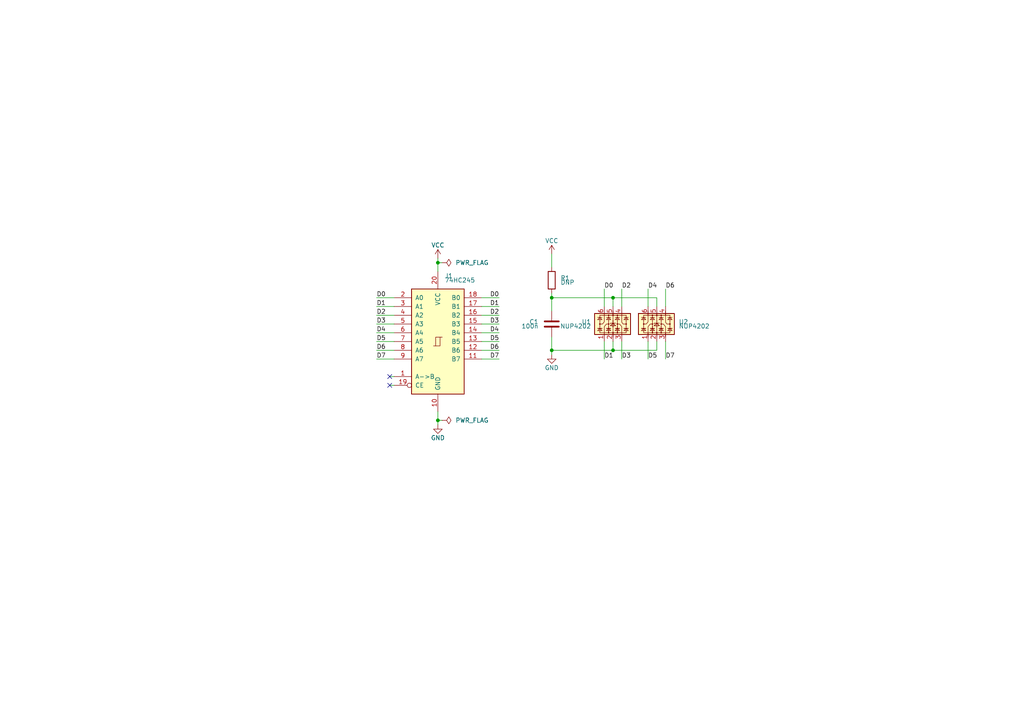
<source format=kicad_sch>
(kicad_sch (version 20220104) (generator eeschema)
  (paper "A4")
  (lib_symbols
    (symbol "74xx:74HC245" (pin_names (offset 1.016))
      (property "Reference" "U" (at -7.62 16.51 0))
      (property "Value" "74HC245" (at -7.62 -16.51 0))
      (symbol "74HC245_1_0"
        (polyline (pts (xy -0.635 -1.27) (xy -0.635 1.27) (xy 0.635 1.27)))
        (polyline (pts (xy -1.27 -1.27) (xy 0.635 -1.27) (xy 0.635 1.27) (xy 1.27 1.27)))
        (pin input line (at -12.7 -10.16 0) (length 5.08) (name "A->B") (number "1"))
        (pin power_in line (at 0 -20.32 90) (length 5.08) (name "GND") (number "10"))
        (pin tri_state line (at 12.7 -5.08 180) (length 5.08) (name "B7") (number "11"))
        (pin tri_state line (at 12.7 -2.54 180) (length 5.08) (name "B6") (number "12"))
        (pin tri_state line (at 12.7 0 180) (length 5.08) (name "B5") (number "13"))
        (pin tri_state line (at 12.7 2.54 180) (length 5.08) (name "B4") (number "14"))
        (pin tri_state line (at 12.7 5.08 180) (length 5.08) (name "B3") (number "15"))
        (pin tri_state line (at 12.7 7.62 180) (length 5.08) (name "B2") (number "16"))
        (pin tri_state line (at 12.7 10.16 180) (length 5.08) (name "B1") (number "17"))
        (pin tri_state line (at 12.7 12.7 180) (length 5.08) (name "B0") (number "18"))
        (pin input inverted (at -12.7 -12.7 0) (length 5.08) (name "CE") (number "19"))
        (pin tri_state line (at -12.7 12.7 0) (length 5.08) (name "A0") (number "2"))
        (pin power_in line (at 0 20.32 270) (length 5.08) (name "VCC") (number "20"))
        (pin tri_state line (at -12.7 10.16 0) (length 5.08) (name "A1") (number "3"))
        (pin tri_state line (at -12.7 7.62 0) (length 5.08) (name "A2") (number "4"))
        (pin tri_state line (at -12.7 5.08 0) (length 5.08) (name "A3") (number "5"))
        (pin tri_state line (at -12.7 2.54 0) (length 5.08) (name "A4") (number "6"))
        (pin tri_state line (at -12.7 0 0) (length 5.08) (name "A5") (number "7"))
        (pin tri_state line (at -12.7 -2.54 0) (length 5.08) (name "A6") (number "8"))
        (pin tri_state line (at -12.7 -5.08 0) (length 5.08) (name "A7") (number "9"))
      )
      (symbol "74HC245_1_1"
        (rectangle (start -7.62 15.24) (end 7.62 -15.24) (stroke (width 0.254)) (fill (type background)))
      )
    )
    (symbol "Device:C" (pin_numbers hide) (pin_names (offset 0.254))
      (property "Reference" "C" (at 0.635 2.54 0))
      (property "Value" "C" (at 0.635 -2.54 0))
      (symbol "C_0_1"
        (polyline (pts (xy -2.032 -0.762) (xy 2.032 -0.762)) (stroke (width 0.508)))
        (polyline (pts (xy -2.032 0.762) (xy 2.032 0.762)) (stroke (width 0.508)))
      )
      (symbol "C_1_1"
        (pin passive line (at 0 3.81 270) (length 2.794) (name "~") (number "1"))
        (pin passive line (at 0 -3.81 90) (length 2.794) (name "~") (number "2"))
      )
    )
    (symbol "Device:R" (pin_numbers hide) (pin_names (offset 0))
      (property "Reference" "R" (at 2.032 0 90))
      (property "Value" "R" (at 0 0 90))
      (symbol "R_0_1"
        (rectangle (start -1.016 -2.54) (end 1.016 2.54) (stroke (width 0.254)))
      )
      (symbol "R_1_1"
        (pin passive line (at 0 3.81 270) (length 1.27) (name "~") (number "1"))
        (pin passive line (at 0 -3.81 90) (length 1.27) (name "~") (number "2"))
      )
    )
    (symbol "Power_Protection:NUP4202"
      (property "Reference" "U" (at -6.985 -2.54 0))
      (property "Value" "NUP4202" (at 6.35 1.27 90))
      (symbol "NUP4202_0_1"
        (rectangle (start -5.334 3.048) (end 5.08 -3.048) (stroke (width 0.254)) (fill (type background)))
        (circle (center -3.81 0) (radius 0.127))
        (circle (center -3.81 0) (radius 0.127))
        (circle (center -1.27 -2.54) (radius 0.127))
        (circle (center -1.27 -2.54) (radius 0.127))
        (circle (center -1.27 0) (radius 0.127))
        (circle (center -1.27 0) (radius 0.127))
        (circle (center -1.27 2.54) (radius 0.127))
        (circle (center -1.27 2.54) (radius 0.127))
        (circle (center 0 -2.54) (radius 0.127))
        (circle (center 0 -2.54) (radius 0.127))
        (polyline (pts (xy -4.445 -1.27) (xy -3.175 -1.27)))
        (polyline (pts (xy -4.445 -1.27) (xy -3.175 -1.27)))
        (polyline (pts (xy -4.445 1.905) (xy -3.175 1.905)))
        (polyline (pts (xy -3.81 -2.54) (xy -3.81 -0.635)))
        (polyline (pts (xy -3.81 -2.54) (xy 3.81 -2.54)))
        (polyline (pts (xy -3.81 -0.635) (xy -3.81 0.635)))
        (polyline (pts (xy -3.81 0.635) (xy -3.81 2.54)))
        (polyline (pts (xy -3.81 2.54) (xy 3.81 2.54)))
        (polyline (pts (xy -3.81 2.54) (xy 3.81 2.54)))
        (polyline (pts (xy -1.905 -1.27) (xy -0.635 -1.27)))
        (polyline (pts (xy -1.905 -1.27) (xy -0.635 -1.27)))
        (polyline (pts (xy -1.905 1.905) (xy -0.635 1.905)))
        (polyline (pts (xy -1.27 -2.54) (xy -1.27 -0.635)))
        (polyline (pts (xy -1.27 -2.54) (xy -1.27 -0.635)))
        (polyline (pts (xy -1.27 0.635) (xy -1.27 -0.635)))
        (polyline (pts (xy -1.27 0.635) (xy -1.27 2.54)))
        (polyline (pts (xy 0 -0.889) (xy 0 -3.81)))
        (polyline (pts (xy 0 -0.889) (xy 0 1.016)))
        (polyline (pts (xy 0 -0.889) (xy 0 1.016)))
        (polyline (pts (xy 0 1.016) (xy 0 3.81)))
        (polyline (pts (xy 0.635 -1.27) (xy 1.905 -1.27)))
        (polyline (pts (xy 0.635 -1.27) (xy 1.905 -1.27)))
        (polyline (pts (xy 0.635 1.905) (xy 1.905 1.905)))
        (polyline (pts (xy 1.27 -2.54) (xy 1.27 -0.635)))
        (polyline (pts (xy 1.27 -2.54) (xy 1.27 -0.635)))
        (polyline (pts (xy 1.27 0.635) (xy 1.27 -0.635)))
        (polyline (pts (xy 1.27 0.635) (xy 1.27 2.54)))
        (polyline (pts (xy 3.175 -1.27) (xy 4.445 -1.27)))
        (polyline (pts (xy 3.175 -1.27) (xy 4.445 -1.27)))
        (polyline (pts (xy 3.175 1.905) (xy 4.445 1.905)))
        (polyline (pts (xy 3.81 -2.54) (xy 3.81 -0.635)))
        (polyline (pts (xy 3.81 0.635) (xy 3.81 -0.635)))
        (polyline (pts (xy 3.81 0.635) (xy 3.81 2.54)))
        (polyline (pts (xy 0.762 0.254) (xy -0.762 0.254) (xy -0.762 0)))
        (polyline (pts (xy -4.445 -1.905) (xy -3.175 -1.905) (xy -3.81 -1.27) (xy -4.445 -1.905)))
        (polyline (pts (xy -4.445 1.27) (xy -3.175 1.27) (xy -3.81 1.905) (xy -4.445 1.27)))
        (polyline (pts (xy -2.54 -3.81) (xy -2.54 -0.762) (xy -1.905 0) (xy -1.27 0)))
        (polyline (pts (xy -2.54 3.81) (xy -2.54 0.635) (xy -3.048 0) (xy -3.937 0)))
        (polyline (pts (xy -1.905 -1.905) (xy -0.635 -1.905) (xy -1.27 -1.27) (xy -1.905 -1.905)))
        (polyline (pts (xy -1.905 1.27) (xy -0.635 1.27) (xy -1.27 1.905) (xy -1.905 1.27)))
        (polyline (pts (xy -0.762 -0.508) (xy 0.762 -0.508) (xy 0 0.254) (xy -0.762 -0.508)))
        (polyline (pts (xy -0.762 -0.508) (xy 0.762 -0.508) (xy 0 0.254) (xy -0.762 -0.508)))
        (polyline (pts (xy 0.635 -1.905) (xy 1.905 -1.905) (xy 1.27 -1.27) (xy 0.635 -1.905)))
        (polyline (pts (xy 0.635 1.27) (xy 1.905 1.27) (xy 1.27 1.905) (xy 0.635 1.27)))
        (polyline (pts (xy 2.54 -3.81) (xy 2.54 -0.762) (xy 1.905 0) (xy 1.143 0)))
        (polyline (pts (xy 2.54 3.81) (xy 2.54 0.508) (xy 2.921 0) (xy 3.81 0)))
        (polyline (pts (xy 3.175 -1.905) (xy 4.445 -1.905) (xy 3.81 -1.27) (xy 3.175 -1.905)))
        (polyline (pts (xy 3.175 1.27) (xy 4.445 1.27) (xy 3.81 1.905) (xy 3.175 1.27)))
        (circle (center 0 2.54) (radius 0.127))
        (circle (center 0 2.54) (radius 0.127))
        (circle (center 1.27 -2.54) (radius 0.127))
        (circle (center 1.27 -2.54) (radius 0.127))
        (circle (center 1.27 0) (radius 0.127))
        (circle (center 1.27 0) (radius 0.127))
        (circle (center 1.27 2.54) (radius 0.127))
        (circle (center 1.27 2.54) (radius 0.127))
        (circle (center 3.81 0) (radius 0.127))
        (circle (center 3.81 0) (radius 0.127))
      )
      (symbol "NUP4202_1_1"
        (pin passive line (at -2.54 -5.08 90) (length 2.54) (name "~") (number "1"))
        (pin passive line (at 0 -5.08 90) (length 2.54) (name "~") (number "2"))
        (pin passive line (at 2.54 -5.08 90) (length 2.54) (name "~") (number "3"))
        (pin passive line (at 2.54 5.08 270) (length 2.54) (name "~") (number "4"))
        (pin passive line (at 0 5.08 270) (length 2.54) (name "~") (number "5"))
        (pin passive line (at -2.54 5.08 270) (length 2.54) (name "~") (number "6"))
      )
    )
    (symbol "power:GND" (power) (pin_names (offset 0))
      (property "Value" "GND" (at 0 -3.81 0))
      (symbol "GND_0_1"
        (polyline (pts (xy 0 0) (xy 0 -1.27) (xy 1.27 -1.27) (xy 0 -2.54) (xy -1.27 -1.27) (xy 0 -1.27)))
      )
      (symbol "GND_1_1"
        (pin power_in line (at 0 0 270) (length 0) hide (name "GND") (number "1"))
      )
    )
    (symbol "power:PWR_FLAG" (power) (pin_numbers hide) (pin_names (offset 0) hide)
      (property "Value" "PWR_FLAG" (at 0 3.81 0))
      (symbol "PWR_FLAG_0_0"
        (pin power_out line (at 0 0 90) (length 0) (name "pwr") (number "1"))
      )
      (symbol "PWR_FLAG_0_1"
        (polyline (pts (xy 0 0) (xy 0 1.27) (xy -1.016 1.905) (xy 0 2.54) (xy 1.016 1.905) (xy 0 1.27)))
      )
    )
    (symbol "power:VCC" (power) (pin_names (offset 0))
      (property "Value" "VCC" (at 0 3.81 0))
      (symbol "VCC_0_1"
        (polyline (pts (xy -0.762 1.27) (xy 0 2.54)))
        (polyline (pts (xy 0 0) (xy 0 2.54)))
        (polyline (pts (xy 0 2.54) (xy 0.762 1.27)))
      )
      (symbol "VCC_1_1"
        (pin power_in line (at 0 0 90) (length 0) hide (name "VCC") (number "1"))
      )
    )
  )
  (junction (at 177.8 86.36))
  (junction (at 127 121.92))
  (junction (at 127 76.2))
  (junction (at 160.02 86.36))
  (junction (at 160.02 101.6))
  (junction (at 177.8 101.6))
  (no_connect (at 113.03 109.22))
  (no_connect (at 113.03 111.76))
  (wire (pts (xy 127 76.2) (xy 128.27 76.2)))
  (wire (pts (xy 109.22 93.98) (xy 114.3 93.98)))
  (wire (pts (xy 127 121.92) (xy 128.27 121.92)))
  (wire (pts (xy 113.03 111.76) (xy 114.3 111.76)))
  (wire (pts (xy 177.8 99.06) (xy 177.8 101.6)))
  (wire (pts (xy 187.96 99.06) (xy 187.96 104.14)))
  (wire (pts (xy 160.02 85.09) (xy 160.02 86.36)))
  (wire (pts (xy 193.04 99.06) (xy 193.04 104.14)))
  (wire (pts (xy 193.04 83.82) (xy 193.04 88.9)))
  (wire (pts (xy 187.96 83.82) (xy 187.96 88.9)))
  (wire (pts (xy 190.5 101.6) (xy 190.5 99.06)))
  (wire (pts (xy 177.8 101.6) (xy 160.02 101.6)))
  (wire (pts (xy 180.34 83.82) (xy 180.34 88.9)))
  (wire (pts (xy 180.34 99.06) (xy 180.34 104.14)))
  (wire (pts (xy 109.22 91.44) (xy 114.3 91.44)))
  (wire (pts (xy 177.8 86.36) (xy 190.5 86.36)))
  (wire (pts (xy 177.8 101.6) (xy 190.5 101.6)))
  (wire (pts (xy 177.8 88.9) (xy 177.8 86.36)))
  (wire (pts (xy 109.22 99.06) (xy 114.3 99.06)))
  (wire (pts (xy 175.26 99.06) (xy 175.26 104.14)))
  (wire (pts (xy 160.02 86.36) (xy 160.02 90.17)))
  (wire (pts (xy 190.5 86.36) (xy 190.5 88.9)))
  (wire (pts (xy 139.7 101.6) (xy 144.78 101.6)))
  (wire (pts (xy 160.02 73.66) (xy 160.02 77.47)))
  (wire (pts (xy 175.26 83.82) (xy 175.26 88.9)))
  (wire (pts (xy 160.02 101.6) (xy 160.02 102.87)))
  (wire (pts (xy 109.22 101.6) (xy 114.3 101.6)))
  (wire (pts (xy 160.02 101.6) (xy 160.02 97.79)))
  (wire (pts (xy 127 78.74) (xy 127 76.2)))
  (wire (pts (xy 139.7 88.9) (xy 144.78 88.9)))
  (wire (pts (xy 109.22 104.14) (xy 114.3 104.14)))
  (wire (pts (xy 139.7 91.44) (xy 144.78 91.44)))
  (wire (pts (xy 139.7 99.06) (xy 144.78 99.06)))
  (wire (pts (xy 127 121.92) (xy 127 123.19)))
  (wire (pts (xy 113.03 109.22) (xy 114.3 109.22)))
  (wire (pts (xy 139.7 86.36) (xy 144.78 86.36)))
  (wire (pts (xy 139.7 96.52) (xy 144.78 96.52)))
  (wire (pts (xy 160.02 86.36) (xy 177.8 86.36)))
  (wire (pts (xy 109.22 86.36) (xy 114.3 86.36)))
  (wire (pts (xy 139.7 104.14) (xy 144.78 104.14)))
  (wire (pts (xy 139.7 93.98) (xy 144.78 93.98)))
  (wire (pts (xy 109.22 96.52) (xy 114.3 96.52)))
  (wire (pts (xy 109.22 88.9) (xy 114.3 88.9)))
  (wire (pts (xy 127 74.93) (xy 127 76.2)))
  (wire (pts (xy 127 119.38) (xy 127 121.92)))
  (label "D4" (at 109.22 96.52 0))
  (label "D3" (at 144.78 93.98 180))
  (label "D4" (at 144.78 96.52 180))
  (label "D2" (at 144.78 91.44 180))
  (label "D0" (at 175.26 83.82 0))
  (label "D1" (at 175.26 104.14 0))
  (label "D7" (at 144.78 104.14 180))
  (label "D2" (at 180.34 83.82 0))
  (label "D0" (at 109.22 86.36 0))
  (label "D6" (at 109.22 101.6 0))
  (label "D7" (at 109.22 104.14 0))
  (label "D4" (at 187.96 83.82 0))
  (label "D5" (at 144.78 99.06 180))
  (label "D1" (at 144.78 88.9 180))
  (label "D5" (at 187.96 104.14 0))
  (label "D1" (at 109.22 88.9 0))
  (label "D7" (at 193.04 104.14 0))
  (label "D5" (at 109.22 99.06 0))
  (label "D0" (at 144.78 86.36 180))
  (label "D3" (at 109.22 93.98 0))
  (label "D2" (at 109.22 91.44 0))
  (label "D6" (at 193.04 83.82 0))
  (label "D3" (at 180.34 104.14 0))
  (label "D6" (at 144.78 101.6 180))
  (symbol (lib_id "power:VCC") (at 127 74.93 0) (unit 1)
    (property "Reference" "#PWR01" (effects hide))
    (property "Value" "VCC" (at 127 71.12 0))
  )
  (symbol (lib_id "power:PWR_FLAG") (at 128.27 121.92 270) (unit 1)
    (property "Reference" "#FLG02" (effects hide))
    (property "Value" "PWR_FLAG" (at 132.08 121.92 90) (effects (justify left)))
  )
  (symbol (lib_id "Device:C") (at 160.02 93.98 0) (unit 1)
    (property "Reference" "C1" (at 156.21 93.345 0) (effects (justify right)))
    (property "Value" "100n" (at 156.21 94.615 0) (effects (justify right)))
    (property "Footprint" "Capacitor_SMD:C_0402_1005Metric" (effects hide))
  )
  (symbol (lib_id "74xx:74HC245") (at 127 99.06 0) (unit 1)
    (property "Reference" "J1" (at 128.9559 80.01 0) (effects (justify left)))
    (property "Value" "74HC245" (at 128.9559 81.28 0) (effects (justify left)))
    (property "Footprint" "Package_SO:TSSOP-20_4.4x6.5mm_P0.65mm" (effects hide))
    (property "Datasheet" "http://www.ti.com/lit/gpn/sn74HC245" (effects hide))
  )
  (symbol (lib_id "power:GND") (at 160.02 102.87 0) (unit 1)
    (property "Reference" "#PWR04" (effects hide))
    (property "Value" "GND" (at 160.02 106.68 0))
  )
  (symbol (lib_id "power:PWR_FLAG") (at 128.27 76.2 270) (unit 1)
    (property "Reference" "#FLG01" (effects hide))
    (property "Value" "PWR_FLAG" (at 132.08 76.2 90) (effects (justify left)))
  )
  (symbol (lib_id "Device:R") (at 160.02 81.28 180) (unit 1)
    (property "Reference" "R1" (at 162.56 80.645 0) (effects (justify right)))
    (property "Value" "DNP" (at 162.56 81.915 0) (effects (justify right)))
    (property "Footprint" "Resistor_SMD:R_0402_1005Metric" (effects hide))
  )
  (symbol (lib_id "Power_Protection:NUP4202") (at 177.8 93.98 0) (unit 1)
    (property "Reference" "U1" (at 171.45 93.345 0) (effects (justify right)))
    (property "Value" "NUP4202" (at 171.45 94.615 0) (effects (justify right)))
    (property "Footprint" "Package_TO_SOT_SMD:SOT-363_SC-70-6" (effects hide))
    (property "Datasheet" "http://www.onsemi.com/pub_link/Collateral/NUP4202W1-D.PDF" (effects hide))
  )
  (symbol (lib_id "Power_Protection:NUP4202") (at 190.5 93.98 0) (unit 1)
    (property "Reference" "U2" (at 196.85 93.345 0) (effects (justify left)))
    (property "Value" "NUP4202" (at 196.85 94.615 0) (effects (justify left)))
    (property "Footprint" "Package_TO_SOT_SMD:SOT-363_SC-70-6" (effects hide))
    (property "Datasheet" "http://www.onsemi.com/pub_link/Collateral/NUP4202W1-D.PDF" (effects hide))
  )
  (symbol (lib_id "power:GND") (at 127 123.19 0) (unit 1)
    (property "Reference" "#PWR02" (effects hide))
    (property "Value" "GND" (at 127 127 0))
  )
  (symbol (lib_id "power:VCC") (at 160.02 73.66 0) (unit 1)
    (property "Reference" "#PWR03" (effects hide))
    (property "Value" "VCC" (at 160.02 69.85 0))
  )
)
</source>
